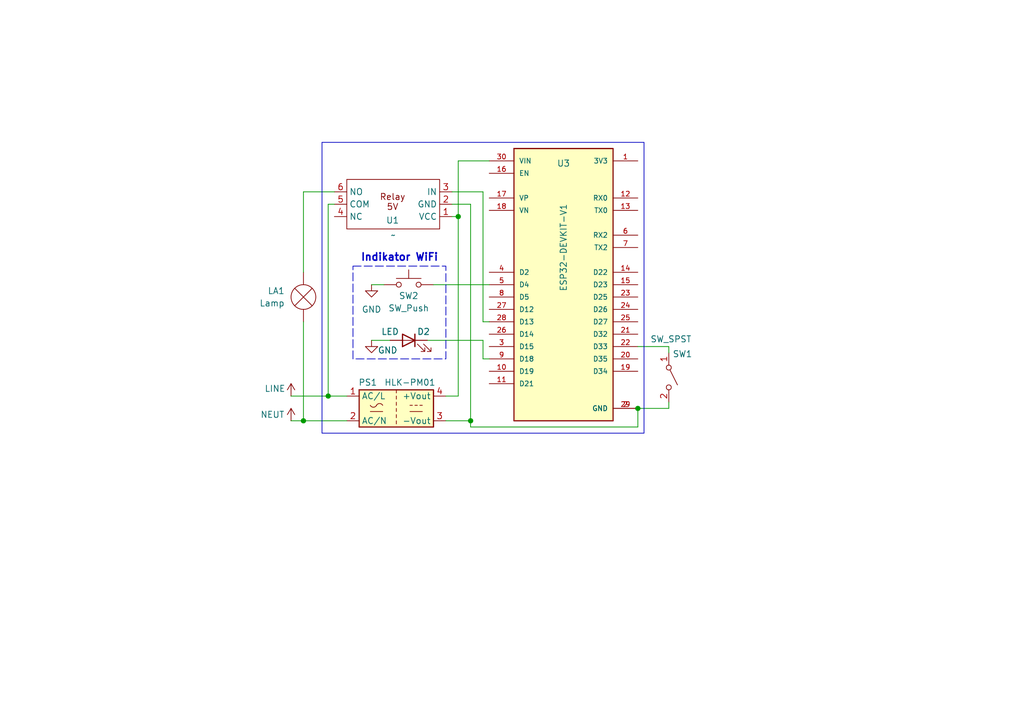
<source format=kicad_sch>
(kicad_sch (version 20231120) (generator "eeschema") (generator_version "8.0")
  (paper "A5")
  (title_block (title "Smart Lamp") (rev "v1.0"))
  (lib_symbols
    (symbol "Converter_ACDC:HLK-PM01"
      (property "Reference" "PS" (at 0 5.08 0))
      (property "Value" "HLK-PM01" (at 0 -5.08 0))
      (symbol "HLK-PM01_0_1"
        (rectangle (start -7.62 3.81) (end 7.62 -3.81) (stroke (width 0.254)) (fill (type background)))
        (arc (start -5.334 0.635) (mid -4.699 0.2495) (end -4.064 0.635))
        (arc (start -2.794 0.635) (mid -3.429 1.0072) (end -4.064 0.635))
        (polyline (pts (xy -5.334 -0.635) (xy -2.794 -0.635)))
        (polyline (pts (xy 0 -2.54) (xy 0 -3.175)))
        (polyline (pts (xy 0 -1.27) (xy 0 -1.905)))
        (polyline (pts (xy 0 0) (xy 0 -0.635)))
        (polyline (pts (xy 0 1.27) (xy 0 0.635)))
        (polyline (pts (xy 0 2.54) (xy 0 1.905)))
        (polyline (pts (xy 0 3.81) (xy 0 3.175)))
        (polyline (pts (xy 2.794 -0.635) (xy 5.334 -0.635)))
        (polyline (pts (xy 2.794 0.635) (xy 3.302 0.635)))
        (polyline (pts (xy 3.81 0.635) (xy 4.318 0.635)))
        (polyline (pts (xy 4.826 0.635) (xy 5.334 0.635)))
      )
      (symbol "HLK-PM01_1_1"
        (pin power_in line (at -10.16 2.54 0) (length 2.54) (name "AC/L") (number "1"))
        (pin power_in line (at -10.16 -2.54 0) (length 2.54) (name "AC/N") (number "2"))
        (pin power_out line (at 10.16 -2.54 180) (length 2.54) (name "-Vout") (number "3"))
        (pin power_out line (at 10.16 2.54 180) (length 2.54) (name "+Vout") (number "4"))
      )
    )
    (symbol "Device:LED" (pin_numbers hide) (pin_names (offset 1.016) hide)
      (property "Reference" "D" (at 0 2.54 0))
      (property "Value" "LED" (at 0 -2.54 0))
      (symbol "LED_0_1"
        (polyline (pts (xy -1.27 -1.27) (xy -1.27 1.27)) (stroke (width 0.254)))
        (polyline (pts (xy -1.27 0) (xy 1.27 0)))
        (polyline (pts (xy 1.27 -1.27) (xy 1.27 1.27) (xy -1.27 0) (xy 1.27 -1.27)) (stroke (width 0.254)))
        (polyline (pts (xy -3.048 -0.762) (xy -4.572 -2.286) (xy -3.81 -2.286) (xy -4.572 -2.286) (xy -4.572 -1.524)))
        (polyline (pts (xy -1.778 -0.762) (xy -3.302 -2.286) (xy -2.54 -2.286) (xy -3.302 -2.286) (xy -3.302 -1.524)))
      )
      (symbol "LED_1_1"
        (pin passive line (at -3.81 0 0) (length 2.54) (name "K") (number "1"))
        (pin passive line (at 3.81 0 180) (length 2.54) (name "A") (number "2"))
      )
    )
    (symbol "Device:Lamp" (pin_numbers hide) (pin_names (offset 0.0254) hide)
      (property "Reference" "LA" (at 0.635 3.81 0))
      (property "Value" "Lamp" (at 0.635 -3.81 0))
      (symbol "Lamp_0_1"
        (polyline (pts (xy -1.778 1.778) (xy 1.778 -1.778)))
        (polyline (pts (xy 1.778 1.778) (xy -1.778 -1.778)))
        (circle (center 0 0) (radius 2.54))
      )
      (symbol "Lamp_1_1"
        (pin passive line (at 0 -5.08 90) (length 2.54) (name "-") (number "1"))
        (pin passive line (at 0 5.08 270) (length 2.54) (name "+") (number "2"))
      )
    )
    (symbol "ESP32-DEVKIT-V1:ESP32-DEVKIT-V1" (pin_names (offset 1.016))
      (property "Reference" "U" (at -10.16 30.48 0))
      (property "Value" "ESP32-DEVKIT-V1" (at -10.16 -30.48 0))
      (symbol "ESP32-DEVKIT-V1_0_0"
        (rectangle (start -10.16 -27.94) (end 10.16 27.94) (stroke (width 0.254)) (fill (type background)))
        (pin output line (at 15.24 25.4 180) (length 5.08) (name "3V3") (number "1"))
        (pin bidirectional line (at -15.24 -17.78 0) (length 5.08) (name "D19") (number "10"))
        (pin bidirectional line (at -15.24 -20.32 0) (length 5.08) (name "D21") (number "11"))
        (pin input line (at 15.24 17.78 180) (length 5.08) (name "RX0") (number "12"))
        (pin output line (at 15.24 15.24 180) (length 5.08) (name "TX0") (number "13"))
        (pin bidirectional line (at 15.24 2.54 180) (length 5.08) (name "D22") (number "14"))
        (pin bidirectional line (at 15.24 0 180) (length 5.08) (name "D23") (number "15"))
        (pin input line (at -15.24 22.86 0) (length 5.08) (name "EN") (number "16"))
        (pin bidirectional line (at -15.24 17.78 0) (length 5.08) (name "VP") (number "17"))
        (pin bidirectional line (at -15.24 15.24 0) (length 5.08) (name "VN") (number "18"))
        (pin bidirectional line (at 15.24 -17.78 180) (length 5.08) (name "D34") (number "19"))
        (pin power_in line (at 15.24 -25.4 180) (length 5.08) (name "GND") (number "2"))
        (pin bidirectional line (at 15.24 -15.24 180) (length 5.08) (name "D35") (number "20"))
        (pin bidirectional line (at 15.24 -10.16 180) (length 5.08) (name "D32") (number "21"))
        (pin bidirectional line (at 15.24 -12.7 180) (length 5.08) (name "D33") (number "22"))
        (pin bidirectional line (at 15.24 -2.54 180) (length 5.08) (name "D25") (number "23"))
        (pin bidirectional line (at 15.24 -5.08 180) (length 5.08) (name "D26") (number "24"))
        (pin bidirectional line (at 15.24 -7.62 180) (length 5.08) (name "D27") (number "25"))
        (pin bidirectional line (at -15.24 -10.16 0) (length 5.08) (name "D14") (number "26"))
        (pin bidirectional line (at -15.24 -5.08 0) (length 5.08) (name "D12") (number "27"))
        (pin bidirectional line (at -15.24 -7.62 0) (length 5.08) (name "D13") (number "28"))
        (pin power_in line (at 15.24 -25.4 180) (length 5.08) (name "GND") (number "29"))
        (pin bidirectional line (at -15.24 -12.7 0) (length 5.08) (name "D15") (number "3"))
        (pin input line (at -15.24 25.4 0) (length 5.08) (name "VIN") (number "30"))
        (pin bidirectional line (at -15.24 2.54 0) (length 5.08) (name "D2") (number "4"))
        (pin bidirectional line (at -15.24 0 0) (length 5.08) (name "D4") (number "5"))
        (pin input line (at 15.24 10.16 180) (length 5.08) (name "RX2") (number "6"))
        (pin output line (at 15.24 7.62 180) (length 5.08) (name "TX2") (number "7"))
        (pin bidirectional line (at -15.24 -2.54 0) (length 5.08) (name "D5") (number "8"))
        (pin bidirectional line (at -15.24 -15.24 0) (length 5.08) (name "D18") (number "9"))
      )
    )
    (symbol "Switch:SW_Push" (pin_numbers hide) (pin_names (offset 1.016) hide)
      (property "Reference" "SW" (at 1.27 2.54 0))
      (property "Value" "SW_Push" (at 0 -1.524 0))
      (symbol "SW_Push_0_1"
        (circle (center -2.032 0) (radius 0.508))
        (polyline (pts (xy 0 1.27) (xy 0 3.048)))
        (polyline (pts (xy 2.54 1.27) (xy -2.54 1.27)))
        (circle (center 2.032 0) (radius 0.508))
        (pin passive line (at -5.08 0 0) (length 2.54) (name "1") (number "1"))
        (pin passive line (at 5.08 0 180) (length 2.54) (name "2") (number "2"))
      )
    )
    (symbol "Switch:SW_SPST" (pin_names (offset 0) hide)
      (property "Reference" "SW" (at 0 3.175 0))
      (property "Value" "SW_SPST" (at 0 -2.54 0))
      (symbol "SW_SPST_0_0"
        (circle (center -2.032 0) (radius 0.508))
        (polyline (pts (xy -1.524 0.254) (xy 1.524 1.778)))
        (circle (center 2.032 0) (radius 0.508))
      )
      (symbol "SW_SPST_1_1"
        (pin passive line (at -5.08 0 0) (length 2.54) (name "A") (number "1"))
        (pin passive line (at 5.08 0 180) (length 2.54) (name "B") (number "2"))
      )
    )
    (symbol "power:GND" (power) (pin_names (offset 0))
      (property "Value" "GND" (at 0 -3.81 0))
      (symbol "GND_0_1"
        (polyline (pts (xy 0 0) (xy 0 -1.27) (xy 1.27 -1.27) (xy 0 -2.54) (xy -1.27 -1.27) (xy 0 -1.27)))
      )
      (symbol "GND_1_1"
        (pin power_in line (at 0 0 270) (length 0) hide (name "GND") (number "1"))
      )
    )
    (symbol "power:LINE" (power) (pin_numbers hide) (pin_names (offset 0) hide)
      (property "Value" "LINE" (at 0 3.556 0))
      (symbol "LINE_0_1"
        (polyline (pts (xy -0.762 1.27) (xy 0 2.54)))
        (polyline (pts (xy 0 0) (xy 0 2.54)))
        (polyline (pts (xy 0 2.54) (xy 0.762 1.27)))
      )
      (symbol "LINE_1_1"
        (pin power_in line (at 0 0 90) (length 0) (name "~") (number "1"))
      )
    )
    (symbol "power:NEUT" (power) (pin_numbers hide) (pin_names (offset 0) hide)
      (property "Value" "NEUT" (at 0 3.556 0))
      (symbol "NEUT_0_1"
        (polyline (pts (xy -0.762 1.27) (xy 0 2.54)))
        (polyline (pts (xy 0 0) (xy 0 2.54)))
        (polyline (pts (xy 0 2.54) (xy 0.762 1.27)))
      )
      (symbol "NEUT_1_1"
        (pin power_in line (at 0 0 90) (length 0) (name "~") (number "1"))
      )
    )
    (symbol "relay_module5v:relay-module"
      (property "Reference" "U" (at 8.128 -2.032 0))
      (symbol "relay-module_0_1"
        (rectangle (start 0 0) (end 19.05 -10.16))
      )
      (symbol "relay-module_1_1"
        (text "Relay\n5V" (at 9.652 -5.588 0) (effects (font (size 1.27 1.27))))
        (pin power_in line (at -2.54 -2.54 0) (length 2.54) (name "VCC") (number "1"))
        (pin power_in line (at -2.54 -5.08 0) (length 2.54) (name "GND") (number "2"))
        (pin input line (at -2.54 -7.62 0) (length 2.54) (name "IN") (number "3"))
        (pin output line (at 21.59 -2.54 180) (length 2.54) (name "NC") (number "4"))
        (pin output line (at 21.59 -5.08 180) (length 2.54) (name "COM") (number "5"))
        (pin output line (at 21.59 -7.62 180) (length 2.54) (name "NO") (number "6"))
      )
    )
  )
  (junction (at 67.31 81.28))
  (junction (at 96.52 86.36))
  (junction (at 130.81 83.82))
  (junction (at 62.23 86.36))
  (junction (at 93.98 44.45))
  (wire (pts (xy 137.16 71.12) (xy 137.16 72.39)))
  (wire (pts (xy 99.06 73.66) (xy 100.33 73.66)))
  (wire (pts (xy 92.71 44.45) (xy 93.98 44.45)))
  (wire (pts (xy 93.98 33.02) (xy 100.33 33.02)))
  (wire (pts (xy 78.74 58.42) (xy 76.2 58.42)))
  (wire (pts (xy 130.81 87.63) (xy 130.81 83.82)))
  (wire (pts (xy 62.23 86.36) (xy 59.69 86.36)))
  (wire (pts (xy 87.63 69.85) (xy 99.06 69.85)))
  (wire (pts (xy 93.98 33.02) (xy 93.98 44.45)))
  (wire (pts (xy 96.52 87.63) (xy 130.81 87.63)))
  (wire (pts (xy 92.71 41.91) (xy 96.52 41.91)))
  (wire (pts (xy 99.06 39.37) (xy 99.06 66.04)))
  (wire (pts (xy 99.06 66.04) (xy 100.33 66.04)))
  (wire (pts (xy 96.52 41.91) (xy 96.52 86.36)))
  (wire (pts (xy 130.81 83.82) (xy 137.16 83.82)))
  (wire (pts (xy 62.23 39.37) (xy 62.23 55.88)))
  (wire (pts (xy 59.69 81.28) (xy 67.31 81.28)))
  (wire (pts (xy 93.98 81.28) (xy 93.98 44.45)))
  (wire (pts (xy 88.9 58.42) (xy 100.33 58.42)))
  (wire (pts (xy 91.44 81.28) (xy 93.98 81.28)))
  (wire (pts (xy 80.01 69.85) (xy 76.2 69.85)))
  (wire (pts (xy 96.52 86.36) (xy 96.52 87.63)))
  (wire (pts (xy 67.31 41.91) (xy 67.31 81.28)))
  (wire (pts (xy 68.58 39.37) (xy 62.23 39.37)))
  (wire (pts (xy 62.23 86.36) (xy 71.12 86.36)))
  (wire (pts (xy 99.06 69.85) (xy 99.06 73.66)))
  (wire (pts (xy 130.81 71.12) (xy 137.16 71.12)))
  (wire (pts (xy 92.71 39.37) (xy 99.06 39.37)))
  (wire (pts (xy 91.44 86.36) (xy 96.52 86.36)))
  (wire (pts (xy 137.16 82.55) (xy 137.16 83.82)))
  (wire (pts (xy 62.23 66.04) (xy 62.23 86.36)))
  (wire (pts (xy 67.31 81.28) (xy 71.12 81.28)))
  (wire (pts (xy 67.31 41.91) (xy 68.58 41.91)))
  (rectangle (start 66.04 29.21) (end 132.08 88.9))
  (text_box "" (at 72.39 54.61 0) (size 19.05 19.05) (stroke (width 0) (type dash)) (effects (font (size 1.27 1.27)) (justify left top)))
  (text "Indikator WiFi" (at 73.914 53.848 0) (effects (font (size 1.524 1.524) (bold yes)) (justify left bottom)))
  (symbol (lib_id "power:GND") (at 76.2 58.42 0) (mirror y) (unit 1)
    (property "Reference" "#PWR06" (effects (hide yes)))
    (property "Value" "GND" (at 76.2 63.5 0))
  )
  (symbol (lib_id "power:NEUT") (at 59.69 86.36 0) (unit 1)
    (property "Reference" "#PWR02" (effects (hide yes)))
    (property "Value" "NEUT" (at 55.88 85.09 0))
    (property "Description" "Power symbol creates a global label with name \"NEUT\"" (effects (hide yes)))
  )
  (symbol (lib_id "Switch:SW_Push") (at 83.82 58.42 0) (mirror y) (unit 1)
    (property "Reference" "SW2" (at 83.82 60.706 0))
    (property "Value" "SW_Push" (at 83.82 63.246 0))
    (property "Footprint" "Button_Switch_THT:SW_PUSH_6mm_H9.5mm" (effects (hide yes)))
    (property "Description" "Push button switch, generic, two pins" (effects (hide yes)))
  )
  (symbol (lib_id "Converter_ACDC:HLK-PM01") (at 81.28 83.82 0) (unit 1)
    (property "Reference" "PS1" (at 75.438 78.486 0))
    (property "Value" "HLK-PM01" (at 84.074 78.486 0))
    (property "Footprint" "Converter_ACDC:Converter_ACDC_Hi-Link_HLK-PMxx" (effects (hide yes)))
    (property "Datasheet" "https://h.hlktech.com/download/ACDC%E7%94%B5%E6%BA%90%E6%A8%A1%E5%9D%973W%E7%B3%BB%E5%88%97/1/%E6%B5%B7%E5%87%8C%E7%A7%913W%E7%B3%BB%E5%88%97%E7%94%B5%E6%BA%90%E6%A8%A1%E5%9D%97%E8%A7%84%E6%A0%BC%E4%B9%A6V2.8.pdf" (effects (hide yes)))
    (property "Description" "Compact AC/DC board mount power module 3W 5V" (effects (hide yes)))
  )
  (symbol (lib_id "Switch:SW_SPST") (at 137.16 77.47 270) (unit 1)
    (property "Reference" "SW1" (at 137.922 72.644 90) (effects (justify left)))
    (property "Value" "SW_SPST" (at 133.35 69.596 90) (effects (justify left)))
    (property "Description" "Single Pole Single Throw (SPST) switch" (effects (hide yes)))
  )
  (symbol (lib_id "power:LINE") (at 59.69 81.28 0) (unit 1)
    (property "Reference" "#PWR01" (effects (hide yes)))
    (property "Value" "LINE" (at 56.388 79.756 0))
    (property "Description" "Power symbol creates a global label with name \"LINE\"" (effects (hide yes)))
  )
  (symbol (lib_id "Device:Lamp") (at 62.23 60.96 0) (mirror y) (unit 1)
    (property "Reference" "LA1" (at 58.42 59.6899 0) (effects (justify left)))
    (property "Value" "Lamp" (at 58.42 62.2299 0) (effects (justify left)))
    (property "Description" "Lamp" (effects (hide yes)))
  )
  (symbol (lib_id "Device:LED") (at 83.82 69.85 0) (mirror y) (unit 1)
    (property "Reference" "D2" (at 86.868 68.072 0))
    (property "Value" "LED" (at 80.01 68.072 0))
    (property "Footprint" "LED_THT:LED_D5.0mm_Clear" (effects (hide yes)))
    (property "Description" "Light emitting diode" (effects (hide yes)))
  )
  (symbol (lib_id "ESP32-DEVKIT-V1:ESP32-DEVKIT-V1") (at 115.57 58.42 0) (unit 1)
    (property "Reference" "U3" (at 115.57 33.528 0))
    (property "Value" "ESP32-DEVKIT-V1" (at 115.57 50.8 90))
    (property "Footprint" "ESP32_DevkitV1:MODULE_ESP32_DEVKIT_V1" (effects (hide yes)))
    (property "Description" "\nDual core, Wi-Fi: 2.4 GHz up to 150 Mbits/s,BLE (Bluetooth Low Energy) and legacy Bluetooth, 32 bits, Up to 240 MHz\n" (effects (hide yes)))
    (property "MF" "Do it" (effects (hide yes)))
    (property "MAXIMUM_PACKAGE_HEIGHT" "6.8 mm" (effects (hide yes)))
    (property "Package" "None" (effects (hide yes)))
    (property "Price" "None" (effects (hide yes)))
    (property "Check_prices" "https://www.snapeda.com/parts/ESP32-DEVKIT-V1/Do+it/view-part/?ref=eda" (effects (hide yes)))
    (property "STANDARD" "Manufacturer Recommendations" (effects (hide yes)))
    (property "PARTREV" "N/A" (effects (hide yes)))
    (property "SnapEDA_Link" "https://www.snapeda.com/parts/ESP32-DEVKIT-V1/Do+it/view-part/?ref=snap" (effects (hide yes)))
    (property "MP" "ESP32-DEVKIT-V1" (effects (hide yes)))
    (property "Availability" "Not in stock" (effects (hide yes)))
    (property "MANUFACTURER" "DOIT" (effects (hide yes)))
  )
  (symbol (lib_id "relay_module5v:relay-module") (at 90.17 46.99 180) (unit 1)
    (property "Reference" "U1" (at 80.518 45.212 0))
    (property "Value" "~" (at 80.645 48.26 0))
  )
  (symbol (lib_id "power:GND") (at 76.2 69.85 0) (mirror y) (unit 1)
    (property "Reference" "#PWR07" (effects (hide yes)))
    (property "Value" "GND" (at 79.502 71.882 0))
  )
)
</source>
